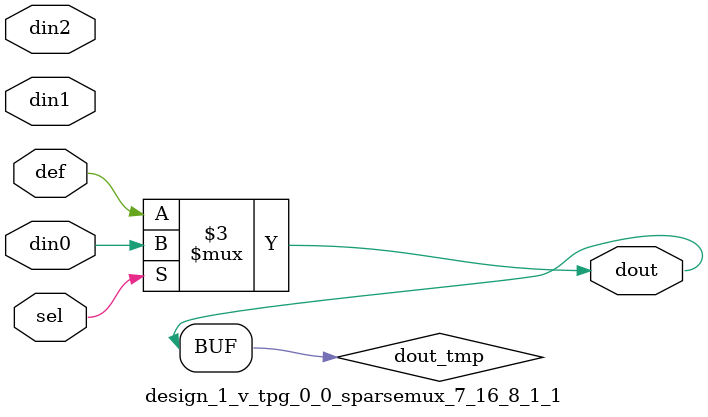
<source format=v>
`timescale 1ns / 1ps

module design_1_v_tpg_0_0_sparsemux_7_16_8_1_1 (din0,din1,din2,def,sel,dout);

parameter din0_WIDTH = 1;

parameter din1_WIDTH = 1;

parameter din2_WIDTH = 1;

parameter def_WIDTH = 1;
parameter sel_WIDTH = 1;
parameter dout_WIDTH = 1;

parameter [sel_WIDTH-1:0] CASE0 = 1;

parameter [sel_WIDTH-1:0] CASE1 = 1;

parameter [sel_WIDTH-1:0] CASE2 = 1;

parameter ID = 1;
parameter NUM_STAGE = 1;



input [din0_WIDTH-1:0] din0;

input [din1_WIDTH-1:0] din1;

input [din2_WIDTH-1:0] din2;

input [def_WIDTH-1:0] def;
input [sel_WIDTH-1:0] sel;

output [dout_WIDTH-1:0] dout;



reg [dout_WIDTH-1:0] dout_tmp;


always @ (*) begin
(* parallel_case *) case (sel)
    
    CASE0 : dout_tmp = din0;
    
    CASE1 : dout_tmp = din1;
    
    CASE2 : dout_tmp = din2;
    
    default : dout_tmp = def;
endcase
end


assign dout = dout_tmp;



endmodule

</source>
